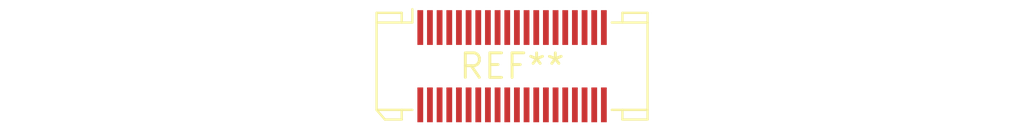
<source format=kicad_pcb>
(kicad_pcb (version 20240108) (generator pcbnew)
  (layers (0 "F.Cu" signal) (31 "B.Cu" signal) (34 "B.Paste" user) (35 "F.Paste" user) (36 "B.SilkS" user "B.Silkscreen") (37 "F.SilkS" user "F.Silkscreen") (38 "B.Mask" user) (39 "F.Mask" user) (44 "Edge.Cuts" user))
  (net 0 "")
  (footprint "Molex_SlimStack_52991-0408_2x20_P0.50mm_Vertical" (layer "F.Cu") (at 0 0)
    (property "Reference" "REF**")
    (property "Value" "Molex_SlimStack_52991-0408_2x20_P0.50mm_Vertical")
    (fp_line (start -7.01 -2.76) (end -5.71 -2.76) (layer "F.SilkS") (stroke (width 0.12)))
    (fp_line (start -7.01 -2.26) (end -7.01 -2.76) (layer "F.SilkS") (stroke (width 0.12)))
    (fp_line (start -7.01 -2.26) (end -5.16 -2.26) (layer "F.SilkS") (stroke (width 0.12)))
    (fp_line (start -7.01 2.26) (end -7.01 -2.26) (layer "F.SilkS") (stroke (width 0.12)))
    (fp_line (start -7.01 2.26) (end -6.576667 2.76) (layer "F.SilkS") (stroke (width 0.12)))
    (fp_line (start -6.576667 2.76) (end -5.71 2.76) (layer "F.SilkS") (stroke (width 0.12)))
    (fp_line (start -5.71 -2.76) (end -5.71 -2.26) (layer "F.SilkS") (stroke (width 0.12)))
    (fp_line (start -5.71 2.76) (end -5.71 2.26) (layer "F.SilkS") (stroke (width 0.12)))
    (fp_line (start -5.16 -2.26) (end -5.16 -2.95) (layer "F.SilkS") (stroke (width 0.12)))
    (fp_line (start -5.16 2.26) (end -7.01 2.26) (layer "F.SilkS") (stroke (width 0.12)))
    (fp_line (start 5.16 2.26) (end 7.01 2.26) (layer "F.SilkS") (stroke (width 0.12)))
    (fp_line (start 5.71 -2.76) (end 5.71 -2.26) (layer "F.SilkS") (stroke (width 0.12)))
    (fp_line (start 5.71 2.76) (end 5.71 2.26) (layer "F.SilkS") (stroke (width 0.12)))
    (fp_line (start 7.01 -2.76) (end 5.71 -2.76) (layer "F.SilkS") (stroke (width 0.12)))
    (fp_line (start 7.01 -2.26) (end 5.16 -2.26) (layer "F.SilkS") (stroke (width 0.12)))
    (fp_line (start 7.01 -2.26) (end 7.01 -2.76) (layer "F.SilkS") (stroke (width 0.12)))
    (fp_line (start 7.01 2.26) (end 7.01 -2.26) (layer "F.SilkS") (stroke (width 0.12)))
    (fp_line (start 7.01 2.26) (end 7.01 2.76) (layer "F.SilkS") (stroke (width 0.12)))
    (fp_line (start 7.01 2.76) (end 5.71 2.76) (layer "F.SilkS") (stroke (width 0.12)))
    (pad "1" smd rect (at -4.75 -2) (size 0.3 1.8) (layers "F.Cu" "F.Paste" "F.Mask"))
    (pad "2" smd rect (at -4.75 2) (size 0.3 1.8) (layers "F.Cu" "F.Paste" "F.Mask"))
    (pad "3" smd rect (at -4.25 -2) (size 0.3 1.8) (layers "F.Cu" "F.Paste" "F.Mask"))
    (pad "4" smd rect (at -4.25 2) (size 0.3 1.8) (layers "F.Cu" "F.Paste" "F.Mask"))
    (pad "5" smd rect (at -3.75 -2) (size 0.3 1.8) (layers "F.Cu" "F.Paste" "F.Mask"))
    (pad "6" smd rect (at -3.75 2) (size 0.3 1.8) (layers "F.Cu" "F.Paste" "F.Mask"))
    (pad "7" smd rect (at -3.25 -2) (size 0.3 1.8) (layers "F.Cu" "F.Paste" "F.Mask"))
    (pad "8" smd rect (at -3.25 2) (size 0.3 1.8) (layers "F.Cu" "F.Paste" "F.Mask"))
    (pad "9" smd rect (at -2.75 -2) (size 0.3 1.8) (layers "F.Cu" "F.Paste" "F.Mask"))
    (pad "10" smd rect (at -2.75 2) (size 0.3 1.8) (layers "F.Cu" "F.Paste" "F.Mask"))
    (pad "11" smd rect (at -2.25 -2) (size 0.3 1.8) (layers "F.Cu" "F.Paste" "F.Mask"))
    (pad "12" smd rect (at -2.25 2) (size 0.3 1.8) (layers "F.Cu" "F.Paste" "F.Mask"))
    (pad "13" smd rect (at -1.75 -2) (size 0.3 1.8) (layers "F.Cu" "F.Paste" "F.Mask"))
    (pad "14" smd rect (at -1.75 2) (size 0.3 1.8) (layers "F.Cu" "F.Paste" "F.Mask"))
    (pad "15" smd rect (at -1.25 -2) (size 0.3 1.8) (layers "F.Cu" "F.Paste" "F.Mask"))
    (pad "16" smd rect (at -1.25 2) (size 0.3 1.8) (layers "F.Cu" "F.Paste" "F.Mask"))
    (pad "17" smd rect (at -0.75 -2) (size 0.3 1.8) (layers "F.Cu" "F.Paste" "F.Mask"))
    (pad "18" smd rect (at -0.75 2) (size 0.3 1.8) (layers "F.Cu" "F.Paste" "F.Mask"))
    (pad "19" smd rect (at -0.25 -2) (size 0.3 1.8) (layers "F.Cu" "F.Paste" "F.Mask"))
    (pad "20" smd rect (at -0.25 2) (size 0.3 1.8) (layers "F.Cu" "F.Paste" "F.Mask"))
    (pad "21" smd rect (at 0.25 -2) (size 0.3 1.8) (layers "F.Cu" "F.Paste" "F.Mask"))
    (pad "22" smd rect (at 0.25 2) (size 0.3 1.8) (layers "F.Cu" "F.Paste" "F.Mask"))
    (pad "23" smd rect (at 0.75 -2) (size 0.3 1.8) (layers "F.Cu" "F.Paste" "F.Mask"))
    (pad "24" smd rect (at 0.75 2) (size 0.3 1.8) (layers "F.Cu" "F.Paste" "F.Mask"))
    (pad "25" smd rect (at 1.25 -2) (size 0.3 1.8) (layers "F.Cu" "F.Paste" "F.Mask"))
    (pad "26" smd rect (at 1.25 2) (size 0.3 1.8) (layers "F.Cu" "F.Paste" "F.Mask"))
    (pad "27" smd rect (at 1.75 -2) (size 0.3 1.8) (layers "F.Cu" "F.Paste" "F.Mask"))
    (pad "28" smd rect (at 1.75 2) (size 0.3 1.8) (layers "F.Cu" "F.Paste" "F.Mask"))
    (pad "29" smd rect (at 2.25 -2) (size 0.3 1.8) (layers "F.Cu" "F.Paste" "F.Mask"))
    (pad "30" smd rect (at 2.25 2) (size 0.3 1.8) (layers "F.Cu" "F.Paste" "F.Mask"))
    (pad "31" smd rect (at 2.75 -2) (size 0.3 1.8) (layers "F.Cu" "F.Paste" "F.Mask"))
    (pad "32" smd rect (at 2.75 2) (size 0.3 1.8) (layers "F.Cu" "F.Paste" "F.Mask"))
    (pad "33" smd rect (at 3.25 -2) (size 0.3 1.8) (layers "F.Cu" "F.Paste" "F.Mask"))
    (pad "34" smd rect (at 3.25 2) (size 0.3 1.8) (layers "F.Cu" "F.Paste" "F.Mask"))
    (pad "35" smd rect (at 3.75 -2) (size 0.3 1.8) (layers "F.Cu" "F.Paste" "F.Mask"))
    (pad "36" smd rect (at 3.75 2) (size 0.3 1.8) (layers "F.Cu" "F.Paste" "F.Mask"))
    (pad "37" smd rect (at 4.25 -2) (size 0.3 1.8) (layers "F.Cu" "F.Paste" "F.Mask"))
    (pad "38" smd rect (at 4.25 2) (size 0.3 1.8) (layers "F.Cu" "F.Paste" "F.Mask"))
    (pad "39" smd rect (at 4.75 -2) (size 0.3 1.8) (layers "F.Cu" "F.Paste" "F.Mask"))
    (pad "40" smd rect (at 4.75 2) (size 0.3 1.8) (layers "F.Cu" "F.Paste" "F.Mask"))
  )
)
</source>
